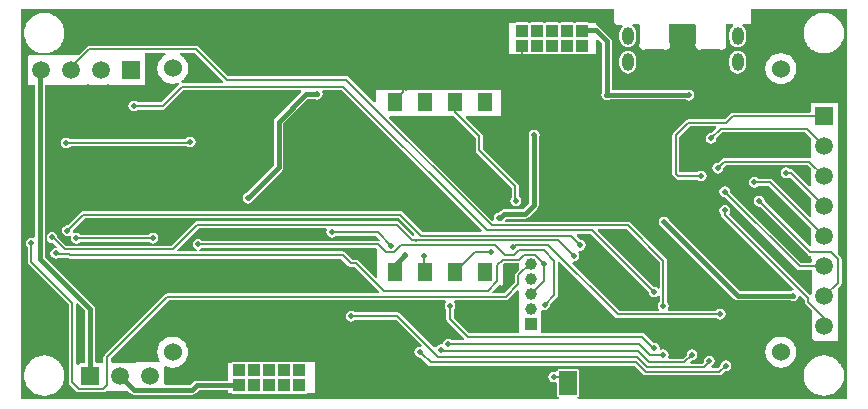
<source format=gbl>
G04 Layer_Physical_Order=2*
G04 Layer_Color=16711680*
%FSAX44Y44*%
%MOMM*%
G71*
G01*
G75*
%ADD22C,0.2000*%
%ADD23C,0.4000*%
%ADD24O,1.0000X1.5000*%
%ADD25R,1.0000X1.0000*%
%ADD26C,1.0000*%
%ADD27R,1.5000X1.5000*%
%ADD28C,1.5000*%
%ADD29R,1.5000X1.5000*%
%ADD30R,1.0000X1.0000*%
%ADD31C,1.5240*%
%ADD32C,0.5000*%
%ADD33R,1.5000X2.0000*%
%ADD34R,1.3000X1.5000*%
G36*
X01207750Y00751750D02*
X00979267D01*
X00979119Y00753250D01*
X00979544Y00753335D01*
X00980206Y00753776D01*
X00980648Y00754438D01*
X00980803Y00755219D01*
Y00775219D01*
X00980648Y00775999D01*
X00980206Y00776660D01*
X00979544Y00777102D01*
X00978764Y00777258D01*
X00963764D01*
X00962983Y00777102D01*
X00962322Y00776660D01*
X00961880Y00775999D01*
X00961859Y00775893D01*
X00961442Y00775555D01*
X00960486Y00775027D01*
X00960225Y00774987D01*
X00958884Y00775253D01*
X00957128Y00774904D01*
X00955639Y00773910D01*
X00954645Y00772421D01*
X00954296Y00770665D01*
X00954645Y00768909D01*
X00955639Y00767421D01*
X00957128Y00766426D01*
X00958884Y00766077D01*
X00960225Y00766344D01*
X00961725Y00765485D01*
Y00755219D01*
X00961880Y00754438D01*
X00962322Y00753776D01*
X00962983Y00753335D01*
X00963408Y00753250D01*
X00963260Y00751750D01*
X00507750D01*
Y01081750D01*
X01010351D01*
Y01071065D01*
X01010351Y01071063D01*
X01010351Y01071061D01*
X01010429Y01070673D01*
X01010506Y01070285D01*
X01010507Y01070283D01*
X01010508Y01070281D01*
X01010726Y01069955D01*
X01010948Y01069623D01*
X01010950Y01069622D01*
X01010951Y01069620D01*
X01011277Y01069404D01*
X01011609Y01069182D01*
X01011612Y01069181D01*
X01011614Y01069180D01*
X01012001Y01069104D01*
X01012390Y01069026D01*
X01012392Y01069027D01*
X01012394Y01069026D01*
X01017286Y01069037D01*
X01017797Y01067539D01*
X01016797Y01066772D01*
X01015676Y01065310D01*
X01014970Y01063607D01*
X01014730Y01061779D01*
Y01056779D01*
X01014970Y01054952D01*
X01015676Y01053249D01*
X01016797Y01051787D01*
X01018260Y01050665D01*
X01019963Y01049959D01*
X01021790Y01049719D01*
X01023617Y01049959D01*
X01025320Y01050665D01*
X01026782Y01051787D01*
X01027904Y01053249D01*
X01028610Y01054952D01*
X01028850Y01056779D01*
Y01061779D01*
X01028610Y01063607D01*
X01027904Y01065310D01*
X01026782Y01066772D01*
X01025760Y01067557D01*
X01026267Y01069058D01*
X01030939Y01069068D01*
X01032001Y01068009D01*
X01032001Y01053427D01*
X01031986Y01053408D01*
X01031833Y01053109D01*
X01031777Y01052913D01*
X01031685Y01052731D01*
X01031582Y01052364D01*
X01031565Y01052153D01*
X01031510Y01051949D01*
X01031487Y01051605D01*
X01031514Y01051402D01*
X01031501Y01051198D01*
X01031544Y01050878D01*
X01031601Y01050712D01*
X01031620Y01050538D01*
X01031719Y01050223D01*
X01031815Y01050048D01*
X01031874Y01049857D01*
X01032034Y01049564D01*
X01032152Y01049423D01*
X01032237Y01049261D01*
X01032450Y01048997D01*
X01032620Y01048854D01*
X01032764Y01048684D01*
X01033038Y01048465D01*
X01033206Y01048378D01*
X01033354Y01048258D01*
X01033652Y01048099D01*
X01033839Y01048043D01*
X01034010Y01047950D01*
X01034338Y01047849D01*
X01034522Y01047831D01*
X01034698Y01047773D01*
X01035035Y01047733D01*
X01035256Y01047751D01*
X01035477Y01047729D01*
X01035838Y01047765D01*
X01036036Y01047825D01*
X01036241Y01047847D01*
X01036582Y01047953D01*
X01036756Y01048047D01*
X01036945Y01048105D01*
X01037195Y01048240D01*
X01051879D01*
X01051895Y01048227D01*
X01052205Y01048067D01*
X01052413Y01048007D01*
X01052608Y01047911D01*
X01052978Y01047811D01*
X01053158Y01047799D01*
X01053331Y01047748D01*
X01053671Y01047718D01*
X01053900Y01047743D01*
X01054130Y01047729D01*
X01054490Y01047779D01*
X01054709Y01047856D01*
X01054938Y01047895D01*
X01055278Y01048025D01*
X01055440Y01048126D01*
X01055619Y01048193D01*
X01055879Y01048353D01*
X01055983Y01048450D01*
X01056109Y01048517D01*
X01056339Y01048707D01*
X01056461Y01048858D01*
X01056612Y01048980D01*
X01056802Y01049211D01*
X01056873Y01049341D01*
X01056973Y01049451D01*
X01057143Y01049731D01*
X01057218Y01049936D01*
X01057328Y01050125D01*
X01057428Y01050415D01*
X01057454Y01050607D01*
X01057519Y01050791D01*
X01057569Y01051141D01*
X01057559Y01051314D01*
X01057588Y01051485D01*
X01057578Y01051854D01*
X01057526Y01052084D01*
X01057512Y01052318D01*
X01057412Y01052698D01*
X01057309Y01052910D01*
X01057241Y01053136D01*
X01057079Y01053440D01*
X01057079Y01069127D01*
X01078439Y01069176D01*
X01079501Y01068116D01*
X01079501Y01053427D01*
X01079486Y01053408D01*
X01079333Y01053109D01*
X01079277Y01052913D01*
X01079185Y01052731D01*
X01079082Y01052364D01*
X01079065Y01052153D01*
X01079010Y01051949D01*
X01078987Y01051605D01*
X01079014Y01051402D01*
X01079001Y01051198D01*
X01079044Y01050878D01*
X01079101Y01050712D01*
X01079120Y01050538D01*
X01079219Y01050223D01*
X01079315Y01050048D01*
X01079374Y01049857D01*
X01079534Y01049564D01*
X01079652Y01049423D01*
X01079737Y01049261D01*
X01079950Y01048997D01*
X01080120Y01048854D01*
X01080264Y01048684D01*
X01080538Y01048465D01*
X01080706Y01048378D01*
X01080854Y01048258D01*
X01081152Y01048099D01*
X01081339Y01048043D01*
X01081510Y01047950D01*
X01081838Y01047849D01*
X01082022Y01047831D01*
X01082198Y01047773D01*
X01082535Y01047733D01*
X01082756Y01047751D01*
X01082977Y01047729D01*
X01083338Y01047765D01*
X01083536Y01047825D01*
X01083741Y01047847D01*
X01084082Y01047953D01*
X01084256Y01048047D01*
X01084445Y01048105D01*
X01084695Y01048240D01*
X01099379D01*
X01099395Y01048227D01*
X01099705Y01048067D01*
X01099913Y01048007D01*
X01100108Y01047911D01*
X01100478Y01047811D01*
X01100658Y01047799D01*
X01100831Y01047748D01*
X01101171Y01047718D01*
X01101400Y01047743D01*
X01101630Y01047729D01*
X01101991Y01047779D01*
X01102210Y01047856D01*
X01102438Y01047895D01*
X01102778Y01048025D01*
X01102940Y01048126D01*
X01103119Y01048193D01*
X01103379Y01048353D01*
X01103483Y01048450D01*
X01103609Y01048517D01*
X01103839Y01048707D01*
X01103961Y01048858D01*
X01104112Y01048980D01*
X01104302Y01049211D01*
X01104373Y01049341D01*
X01104473Y01049451D01*
X01104643Y01049731D01*
X01104718Y01049936D01*
X01104828Y01050125D01*
X01104928Y01050415D01*
X01104954Y01050607D01*
X01105019Y01050791D01*
X01105069Y01051141D01*
X01105059Y01051314D01*
X01105088Y01051485D01*
X01105078Y01051854D01*
X01105026Y01052084D01*
X01105012Y01052318D01*
X01104912Y01052698D01*
X01104809Y01052910D01*
X01104741Y01053136D01*
X01104579Y01053440D01*
X01104579Y01069235D01*
X01110655Y01069249D01*
X01111023Y01068423D01*
X01111072Y01067749D01*
X01109798Y01066772D01*
X01108676Y01065310D01*
X01107970Y01063607D01*
X01107730Y01061779D01*
Y01056779D01*
X01107970Y01054952D01*
X01108676Y01053249D01*
X01109798Y01051787D01*
X01111260Y01050665D01*
X01112963Y01049959D01*
X01114790Y01049719D01*
X01116617Y01049959D01*
X01118320Y01050665D01*
X01119782Y01051787D01*
X01120904Y01053249D01*
X01121610Y01054952D01*
X01121850Y01056779D01*
Y01061779D01*
X01121610Y01063607D01*
X01120904Y01065310D01*
X01119782Y01066772D01*
X01118486Y01067766D01*
X01118512Y01068342D01*
X01118907Y01069267D01*
X01124145Y01069279D01*
X01124532Y01069357D01*
X01124920Y01069434D01*
X01124922Y01069436D01*
X01124924Y01069436D01*
X01125250Y01069655D01*
X01125582Y01069876D01*
X01125583Y01069878D01*
X01125585Y01069880D01*
X01125802Y01070205D01*
X01126024Y01070538D01*
X01126024Y01070540D01*
X01126026Y01070542D01*
X01126102Y01070929D01*
X01126179Y01071318D01*
Y01081750D01*
X01207750D01*
Y00751750D01*
D02*
G37*
%LPC*%
G36*
X00656598Y01051131D02*
X00656598Y01051131D01*
X00565978D01*
X00564808Y01050898D01*
X00563815Y01050235D01*
X00556808Y01043227D01*
X00514821Y01043010D01*
X00514153Y01042343D01*
X00514153Y01017459D01*
X00519837D01*
Y00888810D01*
X00518337Y00888001D01*
X00516890Y00888289D01*
X00515134Y00887939D01*
X00513646Y00886945D01*
X00512651Y00885456D01*
X00512302Y00883700D01*
X00512651Y00881945D01*
X00513646Y00880456D01*
X00513831Y00880332D01*
Y00868156D01*
X00513831Y00868156D01*
X00514064Y00866985D01*
X00514727Y00865993D01*
X00548375Y00832345D01*
Y00766064D01*
X00548375Y00766064D01*
X00548608Y00764893D01*
X00549271Y00763901D01*
X00554605Y00758567D01*
X00555597Y00757904D01*
X00556768Y00757671D01*
X00556768Y00757671D01*
X00577596D01*
X00577596Y00757671D01*
X00578767Y00757904D01*
X00579759Y00758567D01*
X00580158Y00758966D01*
X00598562Y00758966D01*
X00600698Y00756830D01*
X00600698Y00756830D01*
X00602021Y00755946D01*
X00603582Y00755636D01*
X00653034D01*
X00653034Y00755636D01*
X00654595Y00755946D01*
X00655918Y00756830D01*
X00658421Y00759334D01*
X00682964D01*
Y00756849D01*
X00686449D01*
X00686929Y00756528D01*
X00687709Y00756373D01*
X00697709D01*
X00698490Y00756528D01*
X00698970Y00756849D01*
X00699148D01*
X00699629Y00756528D01*
X00700409Y00756373D01*
X00710409D01*
X00711190Y00756528D01*
X00711670Y00756849D01*
X00711849D01*
X00712329Y00756528D01*
X00713109Y00756373D01*
X00723109D01*
X00723890Y00756528D01*
X00724370Y00756849D01*
X00724548D01*
X00725029Y00756528D01*
X00725809Y00756373D01*
X00735809D01*
X00736590Y00756528D01*
X00737070Y00756849D01*
X00737249D01*
X00737729Y00756528D01*
X00738509Y00756373D01*
X00748509D01*
X00749290Y00756528D01*
X00749770Y00756849D01*
X00757167D01*
X00757167Y00766059D01*
X00757167Y00783075D01*
X00736630Y00782969D01*
X00736590Y00782996D01*
X00735809Y00783151D01*
X00725809D01*
X00725029Y00782996D01*
X00724898Y00782908D01*
X00724028Y00782904D01*
X00723890Y00782996D01*
X00723109Y00783151D01*
X00713109D01*
X00712329Y00782996D01*
X00712099Y00782842D01*
X00711425Y00782839D01*
X00711190Y00782996D01*
X00710409Y00783151D01*
X00700409D01*
X00699629Y00782996D01*
X00699300Y00782776D01*
X00698822Y00782774D01*
X00698490Y00782996D01*
X00697709Y00783151D01*
X00687709D01*
X00686929Y00782996D01*
X00686501Y00782710D01*
X00682964Y00782692D01*
Y00767491D01*
X00656732D01*
X00655172Y00767180D01*
X00653848Y00766296D01*
X00653848Y00766296D01*
X00651345Y00763792D01*
X00630471D01*
X00629411Y00764853D01*
X00629411Y00769562D01*
X00629411Y00778891D01*
X00630911Y00779864D01*
X00632712Y00779118D01*
X00632909Y00779078D01*
X00632970Y00779053D01*
X00633036Y00779044D01*
X00633226Y00778980D01*
X00636098Y00778602D01*
X00636232Y00778611D01*
X00636364Y00778584D01*
X00636496Y00778611D01*
X00636630Y00778602D01*
X00639501Y00778980D01*
X00639692Y00779044D01*
X00639757Y00779053D01*
X00639819Y00779078D01*
X00640016Y00779118D01*
X00642692Y00780226D01*
X00642859Y00780338D01*
X00642920Y00780363D01*
X00642972Y00780403D01*
X00643153Y00780492D01*
X00645450Y00782255D01*
X00645583Y00782406D01*
X00645636Y00782447D01*
X00645676Y00782499D01*
X00645827Y00782632D01*
X00647590Y00784930D01*
X00647679Y00785110D01*
X00647719Y00785162D01*
X00647745Y00785224D01*
X00647856Y00785391D01*
X00648965Y00788066D01*
X00649004Y00788264D01*
X00649029Y00788325D01*
X00649038Y00788391D01*
X00649102Y00788581D01*
X00649480Y00791452D01*
X00649467Y00791653D01*
X00649476Y00791719D01*
X00649467Y00791784D01*
X00649480Y00791985D01*
X00649102Y00794856D01*
X00649038Y00795046D01*
X00649029Y00795112D01*
X00649004Y00795173D01*
X00648965Y00795370D01*
X00647856Y00798046D01*
X00647745Y00798213D01*
X00647719Y00798275D01*
X00647679Y00798327D01*
X00647590Y00798507D01*
X00645827Y00800805D01*
X00645676Y00800938D01*
X00645636Y00800990D01*
X00645583Y00801031D01*
X00645450Y00801182D01*
X00643153Y00802945D01*
X00642972Y00803034D01*
X00642920Y00803074D01*
X00642859Y00803099D01*
X00642692Y00803211D01*
X00640016Y00804319D01*
X00639819Y00804359D01*
X00639757Y00804384D01*
X00639692Y00804392D01*
X00639501Y00804457D01*
X00636630Y00804835D01*
X00636496Y00804826D01*
X00636364Y00804853D01*
X00636232Y00804826D01*
X00636098Y00804835D01*
X00633226Y00804457D01*
X00633036Y00804392D01*
X00632970Y00804384D01*
X00632909Y00804359D01*
X00632712Y00804319D01*
X00630036Y00803211D01*
X00629869Y00803099D01*
X00629808Y00803074D01*
X00629755Y00803034D01*
X00629575Y00802945D01*
X00627277Y00801182D01*
X00627145Y00801031D01*
X00627092Y00800990D01*
X00627052Y00800938D01*
X00626901Y00800805D01*
X00625137Y00798507D01*
X00625049Y00798327D01*
X00625008Y00798275D01*
X00624983Y00798213D01*
X00624871Y00798046D01*
X00623763Y00795370D01*
X00623724Y00795173D01*
X00623698Y00795112D01*
X00623690Y00795046D01*
X00623625Y00794856D01*
X00623247Y00791985D01*
X00623260Y00791784D01*
X00623252Y00791719D01*
X00623260Y00791653D01*
X00623247Y00791452D01*
X00623625Y00788581D01*
X00623690Y00788390D01*
X00623698Y00788325D01*
X00623724Y00788264D01*
X00623763Y00788066D01*
X00624871Y00785391D01*
X00624983Y00785224D01*
X00625008Y00785162D01*
X00625049Y00785110D01*
X00625137Y00784930D01*
X00625546Y00784397D01*
X00624886Y00783050D01*
X00585020Y00782845D01*
X00583957Y00783903D01*
Y00786133D01*
X00633219Y00835395D01*
X00867323D01*
X00867718Y00834694D01*
X00867935Y00833895D01*
X00867067Y00832597D01*
X00866718Y00830841D01*
X00867067Y00829085D01*
X00868062Y00827596D01*
X00868247Y00827473D01*
Y00819416D01*
X00868247Y00819416D01*
X00868480Y00818245D01*
X00869143Y00817253D01*
X00883262Y00803135D01*
X00882640Y00801635D01*
X00873318D01*
X00873194Y00801820D01*
X00871706Y00802815D01*
X00869950Y00803164D01*
X00868194Y00802815D01*
X00866706Y00801820D01*
X00865711Y00800332D01*
X00865362Y00798576D01*
X00863892Y00798288D01*
X00863550Y00798355D01*
X00861795Y00798006D01*
X00860306Y00797012D01*
X00859508Y00795817D01*
X00857862Y00795341D01*
X00828717Y00824487D01*
X00827724Y00825150D01*
X00826554Y00825383D01*
X00826553Y00825383D01*
X00790913D01*
X00789475Y00826343D01*
X00787720Y00826693D01*
X00785964Y00826343D01*
X00784475Y00825349D01*
X00783481Y00823860D01*
X00783131Y00822104D01*
X00783481Y00820349D01*
X00784475Y00818860D01*
X00785964Y00817866D01*
X00787720Y00817516D01*
X00789475Y00817866D01*
X00790964Y00818860D01*
X00791235Y00819265D01*
X00825287D01*
X00847230Y00797322D01*
X00846491Y00795939D01*
X00845682Y00796100D01*
X00843926Y00795751D01*
X00842438Y00794756D01*
X00841443Y00793268D01*
X00841094Y00791512D01*
X00841443Y00789756D01*
X00842438Y00788268D01*
X00843926Y00787273D01*
X00845682Y00786924D01*
X00846300Y00787047D01*
X00852589Y00780757D01*
X00852589Y00780757D01*
X00853582Y00780094D01*
X00854752Y00779862D01*
X00854752Y00779862D01*
X01027537D01*
X01034620Y00772778D01*
X01035612Y00772115D01*
X01036783Y00771882D01*
X01036783Y00771882D01*
X01099390D01*
X01099390Y00771882D01*
X01100561Y00772115D01*
X01101553Y00772778D01*
X01104385Y00775610D01*
X01104667Y00775554D01*
X01106423Y00775903D01*
X01107911Y00776898D01*
X01108906Y00778386D01*
X01109255Y00780142D01*
X01108906Y00781898D01*
X01107911Y00783386D01*
X01106423Y00784381D01*
X01104667Y00784730D01*
X01102911Y00784381D01*
X01101422Y00783386D01*
X01100428Y00781898D01*
X01100079Y00780142D01*
X01100110Y00779986D01*
X01098123Y00778000D01*
X01092933D01*
X01091853Y00779500D01*
X01091906Y00779658D01*
X01092622Y00779800D01*
X01094110Y00780795D01*
X01095105Y00782284D01*
X01095454Y00784040D01*
X01095105Y00785795D01*
X01094110Y00787284D01*
X01092622Y00788278D01*
X01090866Y00788628D01*
X01089110Y00788278D01*
X01087622Y00787284D01*
X01086627Y00785795D01*
X01086278Y00784040D01*
X01086366Y00783598D01*
X01084768Y00782000D01*
X01074965D01*
X01074391Y00783385D01*
X01075885Y00784880D01*
X01076104Y00784837D01*
X01077860Y00785186D01*
X01079349Y00786180D01*
X01080343Y00787669D01*
X01080692Y00789425D01*
X01080343Y00791181D01*
X01079349Y00792669D01*
X01077860Y00793664D01*
X01076104Y00794013D01*
X01074349Y00793664D01*
X01072860Y00792669D01*
X01071865Y00791181D01*
X01071516Y00789425D01*
X01071560Y00789206D01*
X01068353Y00786000D01*
X01056937D01*
X01056135Y00787500D01*
X01056200Y00787597D01*
X01056549Y00789352D01*
X01056200Y00791108D01*
X01055206Y00792597D01*
X01053717Y00793591D01*
X01051961Y00793941D01*
X01050206Y00793591D01*
X01049910Y00793394D01*
X01048560Y00794296D01*
X01048704Y00795019D01*
X01048355Y00796774D01*
X01047360Y00798263D01*
X01045872Y00799258D01*
X01044116Y00799607D01*
X01043442Y00799473D01*
X01036138Y00806777D01*
X01035145Y00807440D01*
X01033975Y00807673D01*
X01033975Y00807673D01*
X00948443D01*
Y00826760D01*
X00949943Y00827582D01*
X00951364Y00827299D01*
X00953120Y00827648D01*
X00954608Y00828643D01*
X00955603Y00830131D01*
X00955952Y00831887D01*
X00955909Y00832106D01*
X00961775Y00837972D01*
X00961775Y00837972D01*
X00962438Y00838964D01*
X00962671Y00840135D01*
Y00867723D01*
X00964171Y00868344D01*
X01011035Y00821480D01*
X01011035Y00821479D01*
X01012028Y00820816D01*
X01013198Y00820584D01*
X01096836D01*
X01096850Y00820563D01*
X01098338Y00819568D01*
X01100094Y00819219D01*
X01101850Y00819568D01*
X01103338Y00820563D01*
X01104333Y00822051D01*
X01104682Y00823807D01*
X01104333Y00825563D01*
X01103338Y00827051D01*
X01101850Y00828046D01*
X01100094Y00828395D01*
X01098338Y00828046D01*
X01096850Y00827051D01*
X01096616Y00826701D01*
X01056123D01*
X01055903Y00826980D01*
X01055458Y00828201D01*
X01056214Y00829332D01*
X01056563Y00831088D01*
X01056214Y00832844D01*
X01055219Y00834332D01*
X01055034Y00834456D01*
Y00869027D01*
X01055034Y00869027D01*
X01054801Y00870198D01*
X01054138Y00871190D01*
X01024259Y00901069D01*
X01023267Y00901732D01*
X01022096Y00901965D01*
X01022096Y00901965D01*
X00918170D01*
X00917549Y00903465D01*
X00918632Y00904548D01*
X00935141D01*
X00935141Y00904548D01*
X00936702Y00904858D01*
X00938025Y00905742D01*
X00945224Y00912941D01*
X00945224Y00912941D01*
X00946108Y00914264D01*
X00946418Y00915825D01*
X00946418Y00915825D01*
Y00973214D01*
X00946776Y00973750D01*
X00947126Y00975506D01*
X00946776Y00977262D01*
X00945782Y00978751D01*
X00944293Y00979745D01*
X00942538Y00980094D01*
X00940782Y00979745D01*
X00939293Y00978751D01*
X00938299Y00977262D01*
X00937949Y00975506D01*
X00938262Y00973936D01*
Y00917514D01*
X00933452Y00912704D01*
X00916942D01*
X00915382Y00912394D01*
X00914059Y00911510D01*
X00914058Y00911510D01*
X00912004Y00909455D01*
X00910968Y00909249D01*
X00909480Y00908255D01*
X00908485Y00906766D01*
X00908136Y00905011D01*
X00908388Y00903741D01*
X00907006Y00903002D01*
X00819755Y00990253D01*
X00820329Y00991639D01*
X00874559D01*
X00892913Y00973286D01*
Y00962500D01*
X00892912Y00962500D01*
X00893145Y00961330D01*
X00893808Y00960337D01*
X00923525Y00930620D01*
Y00922678D01*
X00922631Y00921339D01*
X00922282Y00919584D01*
X00922631Y00917828D01*
X00923625Y00916339D01*
X00925114Y00915345D01*
X00926870Y00914995D01*
X00928625Y00915345D01*
X00930114Y00916339D01*
X00931109Y00917828D01*
X00931458Y00919584D01*
X00931109Y00921339D01*
X00930114Y00922828D01*
X00929643Y00923143D01*
Y00931887D01*
X00929643Y00931887D01*
X00929410Y00933058D01*
X00928747Y00934050D01*
X00928747Y00934050D01*
X00899030Y00963767D01*
Y00974553D01*
X00898797Y00975723D01*
X00898134Y00976715D01*
X00884596Y00990253D01*
X00885170Y00991639D01*
X00914490D01*
Y01011924D01*
X00914157Y01012257D01*
Y01013919D01*
X00913824Y01013587D01*
X00808409D01*
Y01003559D01*
X00807023Y01002985D01*
X00785495Y01024513D01*
X00784503Y01025176D01*
X00783332Y01025409D01*
X00783332Y01025409D01*
X00683587D01*
X00658761Y01050235D01*
X00657768Y01050898D01*
X00656598Y01051131D01*
D02*
G37*
G36*
X01199631Y01002624D02*
X01176621D01*
X01176659Y00995302D01*
X01175601Y00994238D01*
X01110560D01*
X01110560Y00994238D01*
X01109389Y00994006D01*
X01108397Y00993343D01*
X01103887Y00988833D01*
X01072896D01*
X01072896Y00988833D01*
X01071725Y00988600D01*
X01070733Y00987937D01*
X01070733Y00987937D01*
X01060319Y00977523D01*
X01059656Y00976531D01*
X01059423Y00975360D01*
X01059423Y00975360D01*
Y00942848D01*
X01059423Y00942848D01*
X01059656Y00941677D01*
X01060319Y00940685D01*
X01062351Y00938653D01*
X01063344Y00937990D01*
X01064514Y00937757D01*
X01080607D01*
X01080731Y00937572D01*
X01082219Y00936577D01*
X01083975Y00936228D01*
X01085731Y00936577D01*
X01087219Y00937572D01*
X01088214Y00939060D01*
X01088563Y00940816D01*
X01088214Y00942572D01*
X01087219Y00944060D01*
X01085731Y00945055D01*
X01083975Y00945404D01*
X01082219Y00945055D01*
X01080731Y00944060D01*
X01080607Y00943875D01*
X01065781D01*
X01065541Y00944115D01*
Y00974093D01*
X01074163Y00982715D01*
X01096064D01*
X01096638Y00981329D01*
X01092419Y00977111D01*
X01092200Y00977154D01*
X01090444Y00976805D01*
X01088956Y00975810D01*
X01087961Y00974322D01*
X01087612Y00972566D01*
X01087961Y00970810D01*
X01088956Y00969322D01*
X01090444Y00968327D01*
X01092200Y00967978D01*
X01093956Y00968327D01*
X01095444Y00969322D01*
X01096439Y00970810D01*
X01096788Y00972566D01*
X01096745Y00972785D01*
X01101595Y00977635D01*
X01171914D01*
X01176775Y00972774D01*
X01176855Y00957200D01*
X01175787Y00956094D01*
X01175362Y00955917D01*
X01103480D01*
X01103480Y00955917D01*
X01102310Y00955684D01*
X01101317Y00955021D01*
X01101317Y00955021D01*
X01098261Y00951965D01*
X01098042Y00952008D01*
X01096286Y00951659D01*
X01094798Y00950664D01*
X01093803Y00949176D01*
X01093454Y00947420D01*
X01093803Y00945664D01*
X01094798Y00944176D01*
X01096286Y00943181D01*
X01098042Y00942832D01*
X01099798Y00943181D01*
X01101286Y00944176D01*
X01102281Y00945664D01*
X01102630Y00947420D01*
X01102587Y00947639D01*
X01104747Y00949799D01*
X01174350D01*
X01176907Y00947242D01*
X01176983Y00932379D01*
X01175599Y00931801D01*
X01161738Y00945662D01*
X01160746Y00946325D01*
X01159576Y00946558D01*
X01159575Y00946558D01*
X01159322D01*
X01159198Y00946744D01*
X01157710Y00947738D01*
X01155954Y00948087D01*
X01154198Y00947738D01*
X01152710Y00946744D01*
X01151715Y00945255D01*
X01151366Y00943499D01*
X01151715Y00941743D01*
X01152710Y00940255D01*
X01154198Y00939260D01*
X01155954Y00938911D01*
X01157710Y00939260D01*
X01158776Y00939973D01*
X01177038Y00921711D01*
X01177115Y00906847D01*
X01175731Y00906270D01*
X01144356Y00937645D01*
X01143363Y00938308D01*
X01142193Y00938541D01*
X01142193Y00938541D01*
X01132398D01*
X01132274Y00938726D01*
X01130786Y00939721D01*
X01129030Y00940070D01*
X01127274Y00939721D01*
X01125786Y00938726D01*
X01124791Y00937238D01*
X01124442Y00935482D01*
X01124791Y00933726D01*
X01125786Y00932238D01*
X01127274Y00931243D01*
X01129030Y00930894D01*
X01130786Y00931243D01*
X01132274Y00932238D01*
X01132398Y00932423D01*
X01140926D01*
X01177170Y00896179D01*
X01177245Y00881636D01*
X01175861Y00881058D01*
X01137639Y00919280D01*
X01137682Y00919499D01*
X01137333Y00921255D01*
X01136338Y00922744D01*
X01134850Y00923738D01*
X01133094Y00924088D01*
X01131338Y00923738D01*
X01129850Y00922744D01*
X01128855Y00921255D01*
X01128506Y00919499D01*
X01128855Y00917744D01*
X01129850Y00916255D01*
X01131338Y00915260D01*
X01133094Y00914911D01*
X01133313Y00914955D01*
X01174222Y00874045D01*
X01175214Y00873382D01*
X01176385Y00873149D01*
X01177289D01*
X01177314Y00868302D01*
X01176256Y00867238D01*
X01168579D01*
X01108429Y00927389D01*
X01108472Y00927608D01*
X01108123Y00929364D01*
X01107128Y00930852D01*
X01105640Y00931847D01*
X01103884Y00932196D01*
X01102128Y00931847D01*
X01100640Y00930852D01*
X01099645Y00929364D01*
X01099296Y00927608D01*
X01099645Y00925852D01*
X01100640Y00924364D01*
X01102128Y00923369D01*
X01103884Y00923020D01*
X01104103Y00923063D01*
X01165150Y00862017D01*
X01166142Y00861354D01*
X01167312Y00861121D01*
X01167312Y00861121D01*
X01177351D01*
X01177455Y00840889D01*
X01175958Y00840264D01*
X01107422Y00908801D01*
X01108123Y00909850D01*
X01108472Y00911606D01*
X01108123Y00913362D01*
X01107128Y00914850D01*
X01105640Y00915845D01*
X01103884Y00916194D01*
X01102128Y00915845D01*
X01100640Y00914850D01*
X01099645Y00913362D01*
X01099296Y00911606D01*
X01099645Y00909850D01*
X01100640Y00908362D01*
X01100825Y00908238D01*
Y00908013D01*
X01100825Y00908013D01*
X01101058Y00906843D01*
X01101721Y00905850D01*
X01162231Y00845341D01*
X01161960Y00844497D01*
X01161584Y00843866D01*
X01160014Y00843554D01*
X01159969Y00843524D01*
X01116571D01*
X01056924Y00903171D01*
X01056868Y00903454D01*
X01055873Y00904942D01*
X01054385Y00905937D01*
X01052629Y00906286D01*
X01050873Y00905937D01*
X01049385Y00904942D01*
X01048390Y00903454D01*
X01048041Y00901698D01*
X01048390Y00899942D01*
X01049385Y00898454D01*
X01050873Y00897459D01*
X01051156Y00897403D01*
X01111998Y00836562D01*
X01111998Y00836562D01*
X01113321Y00835678D01*
X01114882Y00835367D01*
X01114882Y00835367D01*
X01159578D01*
X01160014Y00835076D01*
X01161770Y00834727D01*
X01163525Y00835076D01*
X01165014Y00836070D01*
X01166009Y00837559D01*
X01166321Y00839129D01*
X01166952Y00839505D01*
X01167795Y00839776D01*
X01171550Y00836022D01*
Y00834276D01*
X01171550Y00834276D01*
X01171782Y00833105D01*
X01172446Y00832113D01*
X01177527Y00827031D01*
X01177551Y00822283D01*
Y00803770D01*
X01177279Y00803498D01*
X01179908Y00800868D01*
X01199631D01*
X01199631Y00845990D01*
X01201896Y00848255D01*
X01202559Y00849247D01*
X01202792Y00850418D01*
X01202792Y00850418D01*
Y00870166D01*
X01202559Y00871337D01*
X01201896Y00872329D01*
X01201896Y00872329D01*
X01199631Y00874594D01*
X01199631Y01002624D01*
D02*
G37*
G36*
X00527750Y00788862D02*
X00527651Y00788842D01*
X00527550Y00788852D01*
X00524610Y00788562D01*
X00524417Y00788504D01*
X00524218Y00788484D01*
X00521390Y00787627D01*
X00521213Y00787532D01*
X00521021Y00787474D01*
X00518415Y00786081D01*
X00518260Y00785953D01*
X00518083Y00785859D01*
X00515798Y00783984D01*
X00515671Y00783829D01*
X00515516Y00783702D01*
X00513641Y00781418D01*
X00513547Y00781240D01*
X00513419Y00781085D01*
X00512026Y00778479D01*
X00511968Y00778287D01*
X00511873Y00778110D01*
X00511016Y00775283D01*
X00510996Y00775083D01*
X00510938Y00774890D01*
X00510648Y00771950D01*
X00510668Y00771750D01*
X00510648Y00771550D01*
X00510938Y00768610D01*
X00510996Y00768418D01*
X00511016Y00768218D01*
X00511873Y00765390D01*
X00511968Y00765213D01*
X00512026Y00765021D01*
X00513419Y00762415D01*
X00513547Y00762260D01*
X00513641Y00762083D01*
X00515516Y00759799D01*
X00515671Y00759671D01*
X00515798Y00759516D01*
X00518083Y00757641D01*
X00518260Y00757547D01*
X00518415Y00757419D01*
X00521021Y00756026D01*
X00521213Y00755968D01*
X00521390Y00755873D01*
X00524218Y00755016D01*
X00524417Y00754996D01*
X00524610Y00754938D01*
X00527550Y00754648D01*
X00527651Y00754658D01*
X00527750Y00754638D01*
X00527849Y00754658D01*
X00527950Y00754648D01*
X00530890Y00754938D01*
X00531083Y00754996D01*
X00531283Y00755016D01*
X00534110Y00755873D01*
X00534287Y00755968D01*
X00534479Y00756026D01*
X00537085Y00757419D01*
X00537240Y00757547D01*
X00537417Y00757641D01*
X00539702Y00759516D01*
X00539829Y00759671D01*
X00539984Y00759799D01*
X00541859Y00762083D01*
X00541953Y00762260D01*
X00542081Y00762415D01*
X00543474Y00765021D01*
X00543532Y00765213D01*
X00543627Y00765390D01*
X00544484Y00768218D01*
X00544504Y00768418D01*
X00544562Y00768610D01*
X00544852Y00771550D01*
X00544832Y00771750D01*
X00544852Y00771950D01*
X00544562Y00774890D01*
X00544504Y00775083D01*
X00544484Y00775283D01*
X00543627Y00778110D01*
X00543532Y00778287D01*
X00543474Y00778479D01*
X00542081Y00781085D01*
X00541953Y00781240D01*
X00541859Y00781418D01*
X00539984Y00783702D01*
X00539829Y00783829D01*
X00539702Y00783984D01*
X00537417Y00785859D01*
X00537240Y00785953D01*
X00537085Y00786081D01*
X00534479Y00787474D01*
X00534287Y00787532D01*
X00534110Y00787627D01*
X00531283Y00788484D01*
X00531083Y00788504D01*
X00530890Y00788562D01*
X00527950Y00788852D01*
X00527849Y00788842D01*
X00527750Y00788862D01*
D02*
G37*
G36*
X01187750D02*
X01187651Y00788842D01*
X01187550Y00788852D01*
X01184610Y00788562D01*
X01184418Y00788504D01*
X01184218Y00788484D01*
X01181390Y00787627D01*
X01181213Y00787532D01*
X01181021Y00787474D01*
X01178415Y00786081D01*
X01178260Y00785953D01*
X01178083Y00785859D01*
X01175799Y00783984D01*
X01175671Y00783829D01*
X01175516Y00783702D01*
X01173642Y00781418D01*
X01173547Y00781240D01*
X01173419Y00781085D01*
X01172027Y00778479D01*
X01171968Y00778287D01*
X01171874Y00778110D01*
X01171016Y00775283D01*
X01170996Y00775083D01*
X01170938Y00774890D01*
X01170648Y00771950D01*
X01170668Y00771750D01*
X01170648Y00771550D01*
X01170938Y00768610D01*
X01170996Y00768418D01*
X01171016Y00768218D01*
X01171874Y00765390D01*
X01171968Y00765213D01*
X01172027Y00765021D01*
X01173419Y00762415D01*
X01173547Y00762260D01*
X01173642Y00762083D01*
X01175516Y00759799D01*
X01175671Y00759671D01*
X01175799Y00759516D01*
X01178083Y00757641D01*
X01178260Y00757547D01*
X01178415Y00757419D01*
X01181021Y00756026D01*
X01181213Y00755968D01*
X01181390Y00755873D01*
X01184218Y00755016D01*
X01184418Y00754996D01*
X01184610Y00754938D01*
X01187550Y00754648D01*
X01187651Y00754658D01*
X01187750Y00754638D01*
X01187850Y00754658D01*
X01187950Y00754648D01*
X01190891Y00754938D01*
X01191083Y00754996D01*
X01191283Y00755016D01*
X01194110Y00755873D01*
X01194287Y00755968D01*
X01194480Y00756026D01*
X01197085Y00757419D01*
X01197241Y00757547D01*
X01197418Y00757641D01*
X01199702Y00759516D01*
X01199829Y00759671D01*
X01199985Y00759799D01*
X01201859Y00762083D01*
X01201954Y00762260D01*
X01202081Y00762415D01*
X01203474Y00765021D01*
X01203532Y00765213D01*
X01203627Y00765390D01*
X01204485Y00768218D01*
X01204504Y00768418D01*
X01204563Y00768610D01*
X01204852Y00771550D01*
X01204833Y00771750D01*
X01204852Y00771950D01*
X01204563Y00774890D01*
X01204504Y00775083D01*
X01204485Y00775283D01*
X01203627Y00778110D01*
X01203532Y00778287D01*
X01203474Y00778479D01*
X01202081Y00781085D01*
X01201954Y00781240D01*
X01201859Y00781418D01*
X01199985Y00783702D01*
X01199829Y00783829D01*
X01199702Y00783984D01*
X01197418Y00785859D01*
X01197241Y00785953D01*
X01197085Y00786081D01*
X01194480Y00787474D01*
X01194287Y00787532D01*
X01194110Y00787627D01*
X01191283Y00788484D01*
X01191083Y00788504D01*
X01190891Y00788562D01*
X01187950Y00788852D01*
X01187850Y00788842D01*
X01187750Y00788862D01*
D02*
G37*
G36*
X01151364Y00804853D02*
X01151232Y00804826D01*
X01151098Y00804835D01*
X01148226Y00804457D01*
X01148036Y00804392D01*
X01147970Y00804384D01*
X01147909Y00804359D01*
X01147712Y00804319D01*
X01145036Y00803211D01*
X01144869Y00803099D01*
X01144808Y00803074D01*
X01144755Y00803034D01*
X01144575Y00802945D01*
X01142277Y00801182D01*
X01142145Y00801031D01*
X01142092Y00800990D01*
X01142052Y00800938D01*
X01141901Y00800805D01*
X01140137Y00798507D01*
X01140049Y00798327D01*
X01140008Y00798275D01*
X01139983Y00798213D01*
X01139871Y00798046D01*
X01138763Y00795370D01*
X01138724Y00795173D01*
X01138698Y00795112D01*
X01138690Y00795046D01*
X01138625Y00794856D01*
X01138247Y00791985D01*
X01138260Y00791784D01*
X01138252Y00791719D01*
X01138260Y00791653D01*
X01138247Y00791452D01*
X01138625Y00788581D01*
X01138690Y00788390D01*
X01138698Y00788325D01*
X01138724Y00788264D01*
X01138763Y00788066D01*
X01139871Y00785391D01*
X01139983Y00785224D01*
X01140008Y00785162D01*
X01140049Y00785110D01*
X01140137Y00784930D01*
X01141901Y00782632D01*
X01142052Y00782499D01*
X01142092Y00782447D01*
X01142145Y00782406D01*
X01142277Y00782255D01*
X01144575Y00780492D01*
X01144755Y00780403D01*
X01144808Y00780363D01*
X01144869Y00780338D01*
X01145036Y00780226D01*
X01147712Y00779118D01*
X01147909Y00779078D01*
X01147970Y00779053D01*
X01148036Y00779044D01*
X01148226Y00778980D01*
X01151098Y00778602D01*
X01151232Y00778611D01*
X01151364Y00778584D01*
X01151496Y00778611D01*
X01151630Y00778602D01*
X01154501Y00778980D01*
X01154692Y00779044D01*
X01154757Y00779053D01*
X01154819Y00779078D01*
X01155016Y00779118D01*
X01157692Y00780226D01*
X01157859Y00780338D01*
X01157920Y00780363D01*
X01157972Y00780403D01*
X01158153Y00780492D01*
X01160450Y00782255D01*
X01160583Y00782406D01*
X01160636Y00782447D01*
X01160676Y00782499D01*
X01160827Y00782632D01*
X01162590Y00784930D01*
X01162679Y00785110D01*
X01162719Y00785162D01*
X01162745Y00785224D01*
X01162856Y00785391D01*
X01163965Y00788066D01*
X01164004Y00788264D01*
X01164029Y00788325D01*
X01164038Y00788391D01*
X01164102Y00788581D01*
X01164480Y00791452D01*
X01164467Y00791653D01*
X01164476Y00791719D01*
X01164467Y00791784D01*
X01164480Y00791985D01*
X01164102Y00794856D01*
X01164038Y00795046D01*
X01164029Y00795112D01*
X01164004Y00795173D01*
X01163965Y00795370D01*
X01162856Y00798046D01*
X01162745Y00798213D01*
X01162719Y00798275D01*
X01162679Y00798327D01*
X01162590Y00798507D01*
X01160827Y00800805D01*
X01160676Y00800938D01*
X01160636Y00800990D01*
X01160583Y00801031D01*
X01160450Y00801182D01*
X01158153Y00802945D01*
X01157972Y00803034D01*
X01157920Y00803074D01*
X01157859Y00803099D01*
X01157692Y00803211D01*
X01155016Y00804319D01*
X01154819Y00804359D01*
X01154757Y00804384D01*
X01154692Y00804392D01*
X01154501Y00804457D01*
X01151630Y00804835D01*
X01151496Y00804826D01*
X01151364Y00804853D01*
D02*
G37*
G36*
X01021790Y01046590D02*
X01019963Y01046349D01*
X01018260Y01045644D01*
X01016797Y01044522D01*
X01015676Y01043059D01*
X01014970Y01041357D01*
X01014730Y01039529D01*
Y01034529D01*
X01014970Y01032702D01*
X01015676Y01030999D01*
X01016797Y01029537D01*
X01018260Y01028415D01*
X01019963Y01027710D01*
X01021790Y01027469D01*
X01023617Y01027710D01*
X01025320Y01028415D01*
X01026782Y01029537D01*
X01027904Y01030999D01*
X01028610Y01032702D01*
X01028850Y01034529D01*
Y01039529D01*
X01028610Y01041357D01*
X01027904Y01043059D01*
X01026782Y01044522D01*
X01025320Y01045644D01*
X01023617Y01046349D01*
X01021790Y01046590D01*
D02*
G37*
G36*
X01151364Y01044853D02*
X01151232Y01044826D01*
X01151098Y01044835D01*
X01148226Y01044457D01*
X01148036Y01044392D01*
X01147970Y01044384D01*
X01147909Y01044359D01*
X01147712Y01044319D01*
X01145036Y01043211D01*
X01144869Y01043099D01*
X01144808Y01043074D01*
X01144755Y01043034D01*
X01144575Y01042945D01*
X01142277Y01041182D01*
X01142145Y01041031D01*
X01142092Y01040990D01*
X01142052Y01040938D01*
X01141901Y01040805D01*
X01140137Y01038507D01*
X01140049Y01038327D01*
X01140008Y01038275D01*
X01139983Y01038213D01*
X01139871Y01038046D01*
X01138763Y01035370D01*
X01138724Y01035173D01*
X01138698Y01035112D01*
X01138690Y01035046D01*
X01138625Y01034856D01*
X01138247Y01031985D01*
X01138260Y01031784D01*
X01138252Y01031719D01*
X01138260Y01031653D01*
X01138247Y01031452D01*
X01138625Y01028581D01*
X01138690Y01028390D01*
X01138698Y01028325D01*
X01138724Y01028264D01*
X01138763Y01028066D01*
X01139871Y01025391D01*
X01139983Y01025223D01*
X01140008Y01025162D01*
X01140049Y01025110D01*
X01140137Y01024930D01*
X01141901Y01022632D01*
X01142052Y01022499D01*
X01142092Y01022447D01*
X01142145Y01022406D01*
X01142277Y01022255D01*
X01144575Y01020492D01*
X01144755Y01020403D01*
X01144808Y01020363D01*
X01144869Y01020338D01*
X01145036Y01020226D01*
X01147712Y01019118D01*
X01147909Y01019078D01*
X01147970Y01019053D01*
X01148036Y01019044D01*
X01148226Y01018980D01*
X01151098Y01018602D01*
X01151232Y01018611D01*
X01151364Y01018584D01*
X01151496Y01018611D01*
X01151630Y01018602D01*
X01154501Y01018980D01*
X01154692Y01019044D01*
X01154757Y01019053D01*
X01154819Y01019078D01*
X01155016Y01019118D01*
X01157692Y01020226D01*
X01157859Y01020338D01*
X01157920Y01020363D01*
X01157972Y01020403D01*
X01158153Y01020492D01*
X01160450Y01022255D01*
X01160583Y01022406D01*
X01160636Y01022447D01*
X01160676Y01022499D01*
X01160827Y01022632D01*
X01162590Y01024930D01*
X01162679Y01025110D01*
X01162719Y01025162D01*
X01162745Y01025223D01*
X01162856Y01025391D01*
X01163965Y01028066D01*
X01164004Y01028264D01*
X01164029Y01028325D01*
X01164038Y01028391D01*
X01164102Y01028581D01*
X01164480Y01031452D01*
X01164467Y01031653D01*
X01164476Y01031719D01*
X01164467Y01031784D01*
X01164480Y01031985D01*
X01164102Y01034856D01*
X01164038Y01035046D01*
X01164029Y01035112D01*
X01164004Y01035173D01*
X01163965Y01035370D01*
X01162856Y01038046D01*
X01162745Y01038213D01*
X01162719Y01038275D01*
X01162679Y01038327D01*
X01162590Y01038507D01*
X01160827Y01040805D01*
X01160676Y01040938D01*
X01160636Y01040990D01*
X01160583Y01041031D01*
X01160450Y01041182D01*
X01158153Y01042945D01*
X01157972Y01043034D01*
X01157920Y01043074D01*
X01157859Y01043099D01*
X01157692Y01043211D01*
X01155016Y01044319D01*
X01154819Y01044359D01*
X01154757Y01044384D01*
X01154692Y01044392D01*
X01154501Y01044457D01*
X01151630Y01044835D01*
X01151496Y01044826D01*
X01151364Y01044853D01*
D02*
G37*
G36*
X00527750Y01078862D02*
X00527651Y01078842D01*
X00527550Y01078852D01*
X00524610Y01078562D01*
X00524417Y01078504D01*
X00524218Y01078484D01*
X00521390Y01077627D01*
X00521213Y01077532D01*
X00521021Y01077474D01*
X00518415Y01076081D01*
X00518260Y01075953D01*
X00518083Y01075859D01*
X00515798Y01073984D01*
X00515671Y01073829D01*
X00515516Y01073702D01*
X00513641Y01071417D01*
X00513547Y01071240D01*
X00513419Y01071085D01*
X00512026Y01068479D01*
X00511968Y01068287D01*
X00511873Y01068110D01*
X00511016Y01065283D01*
X00510996Y01065082D01*
X00510938Y01064890D01*
X00510648Y01061950D01*
X00510668Y01061750D01*
X00510648Y01061550D01*
X00510938Y01058610D01*
X00510996Y01058418D01*
X00511016Y01058217D01*
X00511873Y01055390D01*
X00511968Y01055213D01*
X00512026Y01055021D01*
X00513419Y01052415D01*
X00513547Y01052260D01*
X00513641Y01052083D01*
X00515516Y01049798D01*
X00515671Y01049671D01*
X00515798Y01049516D01*
X00518083Y01047641D01*
X00518260Y01047547D01*
X00518415Y01047419D01*
X00521021Y01046026D01*
X00521213Y01045968D01*
X00521390Y01045873D01*
X00524218Y01045016D01*
X00524417Y01044996D01*
X00524610Y01044938D01*
X00527550Y01044648D01*
X00527651Y01044658D01*
X00527750Y01044638D01*
X00527849Y01044658D01*
X00527950Y01044648D01*
X00530890Y01044938D01*
X00531083Y01044996D01*
X00531283Y01045016D01*
X00534110Y01045873D01*
X00534287Y01045968D01*
X00534479Y01046026D01*
X00537085Y01047419D01*
X00537240Y01047547D01*
X00537417Y01047641D01*
X00539702Y01049516D01*
X00539829Y01049671D01*
X00539984Y01049798D01*
X00541859Y01052083D01*
X00541953Y01052260D01*
X00542081Y01052415D01*
X00543474Y01055021D01*
X00543532Y01055213D01*
X00543627Y01055390D01*
X00544484Y01058217D01*
X00544504Y01058418D01*
X00544562Y01058610D01*
X00544852Y01061550D01*
X00544832Y01061750D01*
X00544852Y01061950D01*
X00544562Y01064890D01*
X00544504Y01065082D01*
X00544484Y01065283D01*
X00543627Y01068110D01*
X00543532Y01068287D01*
X00543474Y01068479D01*
X00542081Y01071085D01*
X00541953Y01071240D01*
X00541859Y01071417D01*
X00539984Y01073702D01*
X00539829Y01073829D01*
X00539702Y01073984D01*
X00537417Y01075859D01*
X00537240Y01075953D01*
X00537085Y01076081D01*
X00534479Y01077474D01*
X00534287Y01077532D01*
X00534110Y01077627D01*
X00531283Y01078484D01*
X00531083Y01078504D01*
X00530890Y01078562D01*
X00527950Y01078852D01*
X00527849Y01078842D01*
X00527750Y01078862D01*
D02*
G37*
G36*
X00988245Y01070779D02*
X00978245D01*
X00977464Y01070624D01*
X00977413Y01070590D01*
X00976384Y01070584D01*
X00976325Y01070624D01*
X00975545Y01070779D01*
X00965545D01*
X00964764Y01070624D01*
X00964614Y01070524D01*
X00963782Y01070519D01*
X00963625Y01070624D01*
X00962845Y01070779D01*
X00952845D01*
X00952064Y01070624D01*
X00951816Y01070458D01*
X00951179Y01070454D01*
X00950925Y01070624D01*
X00950145Y01070779D01*
X00940145D01*
X00939364Y01070624D01*
X00939017Y01070392D01*
X00938576Y01070389D01*
X00938225Y01070624D01*
X00937445Y01070779D01*
X00927445D01*
X00926664Y01070624D01*
X00926218Y01070326D01*
X00921060Y01070299D01*
Y01044456D01*
X00938915D01*
X00939364Y01044156D01*
X00940145Y01044001D01*
X00950145D01*
X00950925Y01044156D01*
X00951375Y01044456D01*
X00951615D01*
X00952064Y01044156D01*
X00952845Y01044001D01*
X00962845D01*
X00963625Y01044156D01*
X00964074Y01044456D01*
X00964315D01*
X00964764Y01044156D01*
X00965545Y01044001D01*
X00975545D01*
X00976325Y01044156D01*
X00976775Y01044456D01*
X00977015D01*
X00977464Y01044156D01*
X00978245Y01044001D01*
X00988245D01*
X00989025Y01044156D01*
X00989474Y01044456D01*
X00995263D01*
X00995263Y01053665D01*
Y01056032D01*
X00996649Y01056606D01*
X00999919Y01053336D01*
Y01011408D01*
X00999759Y01011168D01*
X00999409Y01009412D01*
X00999759Y01007656D01*
X01000753Y01006168D01*
X01002242Y01005173D01*
X01003997Y01004824D01*
X01005753Y01005173D01*
X01006402Y01005607D01*
X01070723D01*
X01071610Y01005014D01*
X01073366Y01004665D01*
X01075122Y01005014D01*
X01076610Y01006009D01*
X01077605Y01007497D01*
X01077954Y01009253D01*
X01077605Y01011009D01*
X01076610Y01012497D01*
X01075122Y01013492D01*
X01073366Y01013841D01*
X01072967Y01013762D01*
X01072960Y01013764D01*
X01008076D01*
Y01055025D01*
X01007765Y01056586D01*
X01006881Y01057909D01*
X01006881Y01057909D01*
X00997684Y01067106D01*
X00996361Y01067990D01*
X00995263Y01068208D01*
Y01070682D01*
X00988899Y01070649D01*
X00988245Y01070779D01*
D02*
G37*
G36*
X01114790Y01046590D02*
X01112963Y01046349D01*
X01111260Y01045644D01*
X01109798Y01044522D01*
X01108676Y01043059D01*
X01107970Y01041357D01*
X01107730Y01039529D01*
Y01034529D01*
X01107970Y01032702D01*
X01108676Y01030999D01*
X01109798Y01029537D01*
X01111260Y01028415D01*
X01112963Y01027710D01*
X01114790Y01027469D01*
X01116617Y01027710D01*
X01118320Y01028415D01*
X01119782Y01029537D01*
X01120904Y01030999D01*
X01121610Y01032702D01*
X01121850Y01034529D01*
Y01039529D01*
X01121610Y01041357D01*
X01120904Y01043059D01*
X01119782Y01044522D01*
X01118320Y01045644D01*
X01116617Y01046349D01*
X01114790Y01046590D01*
D02*
G37*
G36*
X01187750Y01078862D02*
X01187651Y01078842D01*
X01187550Y01078852D01*
X01184610Y01078562D01*
X01184418Y01078504D01*
X01184218Y01078484D01*
X01181390Y01077627D01*
X01181213Y01077532D01*
X01181021Y01077474D01*
X01178415Y01076081D01*
X01178260Y01075953D01*
X01178083Y01075859D01*
X01175799Y01073984D01*
X01175671Y01073829D01*
X01175516Y01073702D01*
X01173642Y01071417D01*
X01173547Y01071240D01*
X01173419Y01071085D01*
X01172027Y01068479D01*
X01171968Y01068287D01*
X01171874Y01068110D01*
X01171016Y01065283D01*
X01170996Y01065082D01*
X01170938Y01064890D01*
X01170648Y01061950D01*
X01170668Y01061750D01*
X01170648Y01061550D01*
X01170938Y01058610D01*
X01170996Y01058418D01*
X01171016Y01058217D01*
X01171874Y01055390D01*
X01171968Y01055213D01*
X01172027Y01055021D01*
X01173419Y01052415D01*
X01173547Y01052260D01*
X01173642Y01052083D01*
X01175516Y01049798D01*
X01175671Y01049671D01*
X01175799Y01049516D01*
X01178083Y01047641D01*
X01178260Y01047547D01*
X01178415Y01047419D01*
X01181021Y01046026D01*
X01181213Y01045968D01*
X01181390Y01045873D01*
X01184218Y01045016D01*
X01184418Y01044996D01*
X01184610Y01044938D01*
X01187550Y01044648D01*
X01187651Y01044658D01*
X01187750Y01044638D01*
X01187850Y01044658D01*
X01187950Y01044648D01*
X01190891Y01044938D01*
X01191083Y01044996D01*
X01191283Y01045016D01*
X01194110Y01045873D01*
X01194287Y01045968D01*
X01194480Y01046026D01*
X01197085Y01047419D01*
X01197241Y01047547D01*
X01197418Y01047641D01*
X01199702Y01049516D01*
X01199829Y01049671D01*
X01199985Y01049798D01*
X01201859Y01052083D01*
X01201954Y01052260D01*
X01202081Y01052415D01*
X01203474Y01055021D01*
X01203532Y01055213D01*
X01203627Y01055390D01*
X01204485Y01058217D01*
X01204504Y01058418D01*
X01204563Y01058610D01*
X01204852Y01061550D01*
X01204833Y01061750D01*
X01204852Y01061950D01*
X01204563Y01064890D01*
X01204504Y01065082D01*
X01204485Y01065283D01*
X01203627Y01068110D01*
X01203532Y01068287D01*
X01203474Y01068479D01*
X01202081Y01071085D01*
X01201954Y01071240D01*
X01201859Y01071417D01*
X01199985Y01073702D01*
X01199829Y01073829D01*
X01199702Y01073984D01*
X01197418Y01075859D01*
X01197241Y01075953D01*
X01197085Y01076081D01*
X01194480Y01077474D01*
X01194287Y01077532D01*
X01194110Y01077627D01*
X01191283Y01078484D01*
X01191083Y01078504D01*
X01190891Y01078562D01*
X01187950Y01078852D01*
X01187850Y01078842D01*
X01187750Y01078862D01*
D02*
G37*
%LPD*%
G36*
X00929474Y00866796D02*
X00929701Y00866610D01*
Y00861532D01*
X00926892Y00858723D01*
X00926229Y00857731D01*
X00925996Y00856560D01*
X00925996Y00856560D01*
Y00850234D01*
X00917275Y00841513D01*
X00907593D01*
X00907019Y00842899D01*
X00910106Y00845986D01*
X00915820D01*
Y00865280D01*
X00917336Y00866796D01*
X00929474D01*
X00929474Y00866796D01*
D02*
G37*
G36*
X00929701Y00843328D02*
Y00807673D01*
X00887375D01*
X00874365Y00820683D01*
Y00827473D01*
X00874550Y00827596D01*
X00875545Y00829085D01*
X00875894Y00830841D01*
X00875545Y00832597D01*
X00874677Y00833895D01*
X00874894Y00834694D01*
X00875290Y00835395D01*
X00918542D01*
X00918542Y00835395D01*
X00919712Y00835628D01*
X00920705Y00836291D01*
X00928315Y00843902D01*
X00929701Y00843328D01*
D02*
G37*
G36*
X00562461Y00826467D02*
Y00782729D01*
X00557837Y00782705D01*
X00555993Y00780860D01*
X00554493Y00781482D01*
Y00832313D01*
X00555993Y00832934D01*
X00562461Y00826467D01*
D02*
G37*
G36*
X01048916Y00867760D02*
Y00845923D01*
X01047416Y00845468D01*
X01047219Y00845762D01*
X01045731Y00846757D01*
X01043975Y00847106D01*
X01043756Y00847063D01*
X00996357Y00894461D01*
X00996931Y00895847D01*
X01020829D01*
X01048916Y00867760D01*
D02*
G37*
G36*
X00630509Y01043513D02*
X00630185Y01043379D01*
X00630018Y01043267D01*
X00629957Y01043242D01*
X00629904Y01043201D01*
X00629724Y01043112D01*
X00627426Y01041349D01*
X00627294Y01041198D01*
X00627241Y01041158D01*
X00627201Y01041105D01*
X00627050Y01040973D01*
X00625287Y01038675D01*
X00625198Y01038495D01*
X00625157Y01038442D01*
X00625132Y01038381D01*
X00625020Y01038214D01*
X00623912Y01035538D01*
X00623873Y01035341D01*
X00623848Y01035280D01*
X00623839Y01035214D01*
X00623774Y01035024D01*
X00623396Y01032152D01*
X00623409Y01031952D01*
X00623401Y01031886D01*
X00623409Y01031821D01*
X00623396Y01031620D01*
X00623774Y01028748D01*
X00623839Y01028558D01*
X00623848Y01028493D01*
X00623873Y01028431D01*
X00623912Y01028234D01*
X00625020Y01025558D01*
X00625132Y01025391D01*
X00625157Y01025330D01*
X00625198Y01025278D01*
X00625287Y01025097D01*
X00627050Y01022800D01*
X00627201Y01022667D01*
X00627241Y01022615D01*
X00627294Y01022574D01*
X00627426Y01022423D01*
X00629724Y01020660D01*
X00629904Y01020571D01*
X00629957Y01020531D01*
X00630018Y01020506D01*
X00630185Y01020394D01*
X00632861Y01019285D01*
X00633058Y01019246D01*
X00633119Y01019221D01*
X00633185Y01019212D01*
X00633375Y01019148D01*
X00636247Y01018770D01*
X00636381Y01018778D01*
X00636513Y01018752D01*
X00636645Y01018778D01*
X00636779Y01018770D01*
X00639651Y01019148D01*
X00639841Y01019212D01*
X00639907Y01019221D01*
X00639968Y01019246D01*
X00640165Y01019285D01*
X00641510Y01019843D01*
X00642362Y01018623D01*
X00626901Y01003162D01*
X00606786D01*
X00606750Y01003217D01*
X00605261Y01004212D01*
X00603505Y01004561D01*
X00601750Y01004212D01*
X00600261Y01003217D01*
X00599267Y01001729D01*
X00598917Y00999973D01*
X00599267Y00998217D01*
X00600261Y00996728D01*
X00601750Y00995734D01*
X00603505Y00995385D01*
X00605261Y00995734D01*
X00606750Y00996728D01*
X00606961Y00997045D01*
X00628168D01*
X00628168Y00997045D01*
X00629339Y00997278D01*
X00630331Y00997941D01*
X00645792Y01013401D01*
X00744756D01*
X00745377Y01011901D01*
X00723268Y00989792D01*
X00722384Y00988469D01*
X00722074Y00986908D01*
X00722074Y00986908D01*
Y00949697D01*
X00698575Y00926199D01*
X00697096Y00925210D01*
X00696102Y00923722D01*
X00695752Y00921966D01*
X00696102Y00920210D01*
X00697096Y00918722D01*
X00698585Y00917727D01*
X00700341Y00917378D01*
X00702096Y00917727D01*
X00703585Y00918722D01*
X00704579Y00920210D01*
X00704693Y00920781D01*
X00729036Y00945124D01*
X00729036Y00945124D01*
X00729920Y00946447D01*
X00730230Y00948007D01*
X00730230Y00948008D01*
Y00985219D01*
X00750942Y01005931D01*
X00756955D01*
X00757195Y01005770D01*
X00758951Y01005421D01*
X00760706Y01005770D01*
X00762195Y01006765D01*
X00763190Y01008253D01*
X00763539Y01010009D01*
X00763190Y01011765D01*
X00763098Y01011901D01*
X00763900Y01013401D01*
X00779398D01*
X00898048Y00894751D01*
X00897474Y00893365D01*
X00848066D01*
X00831219Y00910213D01*
X00830227Y00910876D01*
X00829056Y00911109D01*
X00829056Y00911109D01*
X00560832D01*
X00559661Y00910876D01*
X00558669Y00910213D01*
X00558669Y00910213D01*
X00547589Y00899133D01*
X00547370Y00899176D01*
X00545614Y00898827D01*
X00544126Y00897832D01*
X00543131Y00896344D01*
X00542782Y00894588D01*
X00543131Y00892832D01*
X00544126Y00891344D01*
X00545614Y00890349D01*
X00547370Y00890000D01*
X00549126Y00890349D01*
X00549486Y00890589D01*
X00550107Y00890226D01*
X00550701Y00889598D01*
X00550402Y00888093D01*
X00550751Y00886337D01*
X00551746Y00884848D01*
X00553234Y00883854D01*
X00554990Y00883505D01*
X00556746Y00883854D01*
X00558234Y00884848D01*
X00558358Y00885034D01*
X00616283D01*
X00616407Y00884848D01*
X00617896Y00883854D01*
X00619651Y00883505D01*
X00621407Y00883854D01*
X00622896Y00884848D01*
X00623890Y00886337D01*
X00624239Y00888093D01*
X00623890Y00889848D01*
X00622896Y00891337D01*
X00621407Y00892332D01*
X00619651Y00892681D01*
X00617896Y00892332D01*
X00616407Y00891337D01*
X00616283Y00891152D01*
X00558358D01*
X00558234Y00891337D01*
X00556746Y00892332D01*
X00554990Y00892681D01*
X00553234Y00892332D01*
X00552874Y00892091D01*
X00552253Y00892455D01*
X00551659Y00893083D01*
X00551958Y00894588D01*
X00551915Y00894807D01*
X00562099Y00904991D01*
X00827789D01*
X00841124Y00891657D01*
X00840620Y00890039D01*
X00840047Y00889933D01*
X00828149Y00901831D01*
X00827157Y00902494D01*
X00825986Y00902727D01*
X00825986Y00902727D01*
X00657352D01*
X00656181Y00902494D01*
X00655189Y00901831D01*
X00635257Y00881899D01*
X00546351D01*
X00538869Y00889381D01*
X00538655Y00890456D01*
X00537660Y00891945D01*
X00536172Y00892939D01*
X00534416Y00893288D01*
X00532660Y00892939D01*
X00531172Y00891945D01*
X00530177Y00890456D01*
X00529828Y00888700D01*
X00530177Y00886945D01*
X00531172Y00885456D01*
X00532660Y00884461D01*
X00534416Y00884112D01*
X00535309Y00884290D01*
X00538535Y00881064D01*
X00537796Y00879681D01*
X00537354Y00879769D01*
X00535598Y00879420D01*
X00534109Y00878425D01*
X00533115Y00876937D01*
X00532766Y00875181D01*
X00533115Y00873425D01*
X00534109Y00871937D01*
X00535598Y00870942D01*
X00537354Y00870593D01*
X00539109Y00870942D01*
X00540154Y00871640D01*
X00547358D01*
X00548182Y00871089D01*
X00549352Y00870857D01*
X00549352Y00870857D01*
X00778990D01*
X00785201Y00864646D01*
X00785201Y00864646D01*
X00786193Y00863982D01*
X00787364Y00863750D01*
X00787364Y00863750D01*
X00790653D01*
X00811504Y00842899D01*
X00810930Y00841513D01*
X00631952D01*
X00630782Y00841280D01*
X00629789Y00840617D01*
X00629789Y00840617D01*
X00578735Y00789563D01*
X00578072Y00788570D01*
X00577839Y00787400D01*
X00577839Y00787400D01*
Y00782808D01*
X00571681Y00782776D01*
X00570617Y00783834D01*
Y00828156D01*
X00570307Y00829717D01*
X00569423Y00831040D01*
X00569423Y00831040D01*
X00527994Y00872468D01*
Y01017459D01*
X00613223Y01017459D01*
X00613223Y01043518D01*
X00613223D01*
X00613227Y01045013D01*
X00630211D01*
X00630509Y01043513D01*
D02*
G37*
G36*
X00679325Y01021019D02*
X00678704Y01019519D01*
X00644525D01*
X00644525Y01019519D01*
X00644064Y01019427D01*
X00643992Y01019544D01*
X00643557Y01020856D01*
X00645600Y01022423D01*
X00645732Y01022574D01*
X00645785Y01022615D01*
X00645825Y01022667D01*
X00645976Y01022800D01*
X00647739Y01025097D01*
X00647828Y01025278D01*
X00647868Y01025330D01*
X00647894Y01025391D01*
X00648005Y01025558D01*
X00649114Y01028234D01*
X00649153Y01028431D01*
X00649178Y01028493D01*
X00649187Y01028558D01*
X00649251Y01028748D01*
X00649630Y01031620D01*
X00649616Y01031821D01*
X00649625Y01031886D01*
X00649616Y01031952D01*
X00649630Y01032152D01*
X00649251Y01035024D01*
X00649187Y01035214D01*
X00649178Y01035280D01*
X00649153Y01035341D01*
X00649114Y01035538D01*
X00648005Y01038214D01*
X00647894Y01038381D01*
X00647868Y01038442D01*
X00647828Y01038495D01*
X00647739Y01038675D01*
X00645976Y01040973D01*
X00645825Y01041105D01*
X00645785Y01041158D01*
X00645732Y01041198D01*
X00645600Y01041349D01*
X00643302Y01043112D01*
X00643121Y01043201D01*
X00643069Y01043242D01*
X00643008Y01043267D01*
X00642841Y01043379D01*
X00642516Y01043513D01*
X00642815Y01045013D01*
X00655331D01*
X00679325Y01021019D01*
D02*
G37*
G36*
X00767098Y00895109D02*
X00766905Y00894820D01*
X00766556Y00893064D01*
X00766905Y00891308D01*
X00767900Y00889820D01*
X00769388Y00888825D01*
X00771144Y00888476D01*
X00772900Y00888825D01*
X00774388Y00889820D01*
X00774512Y00890005D01*
X00808993D01*
X00812044Y00886955D01*
X00811177Y00885730D01*
X00810006Y00885963D01*
X00810006Y00885963D01*
X00661482D01*
X00661358Y00886148D01*
X00659870Y00887143D01*
X00658114Y00887492D01*
X00656358Y00887143D01*
X00654870Y00886148D01*
X00653875Y00884660D01*
X00653526Y00882904D01*
X00653875Y00881148D01*
X00654870Y00879660D01*
X00656358Y00878665D01*
X00657318Y00878474D01*
X00657170Y00876974D01*
X00640944D01*
X00640370Y00878360D01*
X00658619Y00896609D01*
X00766297D01*
X00767098Y00895109D01*
D02*
G37*
G36*
X00809739Y00878845D02*
Y00855275D01*
X00808353Y00854701D01*
X00794083Y00868971D01*
X00793091Y00869634D01*
X00791920Y00869867D01*
X00791920Y00869867D01*
X00788631D01*
X00782420Y00876078D01*
X00781428Y00876741D01*
X00780257Y00876974D01*
X00780257Y00876974D01*
X00659058D01*
X00658910Y00878474D01*
X00659870Y00878665D01*
X00661358Y00879660D01*
X00661482Y00879845D01*
X00808739D01*
X00809739Y00878845D01*
D02*
G37*
G36*
X01039430Y00842737D02*
X01039387Y00842518D01*
X01039736Y00840762D01*
X01040731Y00839274D01*
X01042219Y00838279D01*
X01043975Y00837930D01*
X01045731Y00838279D01*
X01047219Y00839274D01*
X01047416Y00839568D01*
X01048916Y00839113D01*
Y00834456D01*
X01048731Y00834332D01*
X01047736Y00832844D01*
X01047387Y00831088D01*
X01047736Y00829332D01*
X01048492Y00828201D01*
X01048047Y00826980D01*
X01047827Y00826701D01*
X01014465D01*
X00974300Y00866866D01*
X00974341Y00867235D01*
X00975980Y00868438D01*
X00976122Y00868410D01*
X00977878Y00868759D01*
X00979366Y00869754D01*
X00980361Y00871242D01*
X00980710Y00872998D01*
X00980361Y00874754D01*
X00979465Y00876094D01*
X00979391Y00876405D01*
X00979424Y00876614D01*
X00981083Y00877679D01*
X00981710Y00877554D01*
X00983466Y00877903D01*
X00984954Y00878898D01*
X00985949Y00880386D01*
X00986298Y00882142D01*
X00985949Y00883898D01*
X00984954Y00885386D01*
X00983466Y00886381D01*
X00981710Y00886730D01*
X00981491Y00886687D01*
X00978504Y00889674D01*
Y00891789D01*
X00990378D01*
X01039430Y00842737D01*
D02*
G37*
%LPC*%
G36*
X00651353Y00974189D02*
X00649597Y00973840D01*
X00648109Y00972845D01*
X00647582Y00972057D01*
X00549329D01*
X00548088Y00972886D01*
X00546333Y00973235D01*
X00544577Y00972886D01*
X00543088Y00971891D01*
X00542094Y00970403D01*
X00541745Y00968647D01*
X00542094Y00966891D01*
X00543088Y00965403D01*
X00544577Y00964408D01*
X00546333Y00964059D01*
X00548088Y00964408D01*
X00549577Y00965403D01*
X00549936Y00965939D01*
X00648733D01*
X00649597Y00965362D01*
X00651353Y00965013D01*
X00653109Y00965362D01*
X00654597Y00966357D01*
X00655592Y00967845D01*
X00655941Y00969601D01*
X00655592Y00971357D01*
X00654597Y00972845D01*
X00653109Y00973840D01*
X00651353Y00974189D01*
D02*
G37*
%LPD*%
D22*
X00577596Y00760730D02*
X00580898Y00764032D01*
Y00787400D01*
X00631952Y00838454D01*
X00918542D01*
X00929055Y00848967D01*
Y00856560D01*
X00939540Y00867046D01*
X00933826Y00874206D02*
X00943418D01*
X00950976Y00866648D01*
X00951134Y00866490D01*
X00950976Y00866648D02*
Y00852053D01*
X00939730Y00840807D01*
X00918750Y00850353D02*
Y00857283D01*
Y00850353D02*
X00914532Y00846135D01*
X00951364Y00831887D02*
X00959612Y00840135D01*
Y00869100D01*
X00950506Y00878206D01*
X00930073D01*
X00925722Y00873855D01*
X00917726D01*
X00909514Y00882067D01*
X00830001D01*
X00824139Y00876205D01*
X00824160Y00876326D02*
X00823968Y00876134D01*
X00816776D01*
X00810006Y00882904D01*
X00658114D01*
X00636524Y00878840D02*
X00657352Y00899668D01*
X00825986D01*
X00839448Y00886207D01*
X00842100D01*
X00842158Y00886149D01*
X00842100Y00886207D02*
X00962914D01*
X00976122Y00872998D01*
X00981710Y00882142D02*
X00973545Y00890307D01*
X00846799D01*
X00846258Y00890848D01*
X00846195D01*
X00846258D02*
X00829056Y00908050D01*
X00560832D01*
X00547370Y00894588D01*
X00534883Y00889041D02*
X00545084Y00878840D01*
X00636524D01*
X00619651Y00888093D02*
X00554990D01*
X00549352Y00873915D02*
X00780257D01*
X00787364Y00866808D01*
X00791920D01*
X00815065Y00843664D01*
X00903459D01*
X00911278Y00851483D01*
Y00865064D01*
X00916069Y00869855D01*
X00929475D01*
X00933826Y00874206D01*
X00927523Y00882206D02*
X00954634D01*
X01013198Y00823642D01*
X01100094D01*
X01076014Y00789334D02*
X01069620Y00782941D01*
X01040097D01*
X01030114Y00792924D01*
X00864305D01*
X00864426Y00792803D01*
X00864305Y00792924D02*
X00864274D01*
X00864305D02*
X00864153Y00793076D01*
X00869950Y00798576D02*
X01030970D01*
X01040520Y00789025D01*
X01051090D01*
X01052288Y00790224D01*
X01043135Y00795454D02*
X01033975Y00804614D01*
X00886108D01*
X00871306Y00819416D01*
Y00830841D01*
X00875864Y00859718D02*
X00892351Y00876205D01*
X00905975D01*
X00925017Y00879701D02*
X00927523Y00882206D01*
X00908716Y00894796D02*
X00908664Y00894848D01*
X00991645D01*
X01043975Y00842518D01*
X01051975Y00831088D02*
Y00869027D01*
X01022096Y00898906D01*
X00906776D01*
X00783332Y01022350D01*
X00682320D01*
X00656598Y01048072D01*
X00565978D01*
X00550672Y01032765D01*
X00546574Y00969978D02*
X00546941Y00969611D01*
X00546333Y00969003D01*
Y00968647D01*
X00546694Y00968998D02*
X00649973D01*
X00651128Y00970153D01*
X00628168Y01000104D02*
X00644525Y01016460D01*
X00780665D01*
X00902277Y00894848D01*
X00908664D01*
X00926584Y00918630D02*
Y00931887D01*
X00895971Y00962500D01*
Y00974553D01*
X00875864Y00994660D01*
Y01003718D01*
X00907662Y00981422D02*
X00932445Y01006205D01*
Y01051040D01*
X00907662Y00981422D02*
Y00963585D01*
X00849554Y00873303D02*
Y00859950D01*
X00849751Y00859754D01*
X00821690Y00881634D02*
X00810260Y00893064D01*
X00771144D01*
X00787775Y00822324D02*
X00826554D01*
X00861136Y00787741D01*
X01029640D01*
X01038440Y00778941D01*
X01086035D01*
X01090130Y00783037D01*
Y00783402D01*
X01090768Y00784040D01*
X01090866D01*
X01099390Y00774941D02*
X01104591Y00780142D01*
X01104667D01*
X01099390Y00774941D02*
X01036783D01*
X01028804Y00782920D01*
X00854752D01*
X00846877Y00790796D01*
X00845229D01*
X00958449Y00770685D02*
X00971832D01*
X01103884Y00908013D02*
Y00911606D01*
Y00908013D02*
X01174608Y00837289D01*
Y00834276D01*
X01188095Y00820789D01*
Y00813380D01*
X01199733Y00850418D02*
Y00870166D01*
X01193691Y00876208D01*
X01176385D01*
X01133094Y00919499D01*
X01129030Y00935482D02*
X01142193D01*
X01188095Y00889580D01*
Y00864180D02*
X01167312D01*
X01103884Y00927608D01*
X01098042Y00947420D02*
X01103480Y00952858D01*
X01175617D01*
X01188095Y00940380D01*
Y00914980D02*
X01159576Y00943499D01*
X01155954D01*
X01173181Y00980694D02*
X01188095Y00965780D01*
X01173181Y00980694D02*
X01100328D01*
X01092200Y00972566D01*
X01102394Y00973582D02*
X01076232Y00947420D01*
X01068070D01*
X01083975Y00940816D02*
X01064514D01*
X01062482Y00942848D01*
Y00975360D01*
X01072896Y00985774D01*
X01105154D01*
X01110560Y00991180D01*
X01188095D01*
Y00838780D02*
X01199733Y00850418D01*
X00831687Y01034870D02*
Y01012021D01*
X00824786Y01005121D01*
X00825706Y01004201D01*
X00628168Y01000104D02*
X00603822D01*
X00604450Y00943977D02*
X00557365D01*
X00541236Y00927849D01*
X00516890Y00883700D02*
Y00868156D01*
X00551434Y00833612D01*
Y00766064D01*
X00556768Y00760730D01*
X00577596D01*
X00549352Y00873915D02*
X00548569Y00874699D01*
X00538077D01*
D23*
X00653034Y00759714D02*
X00656732Y00763412D01*
X00692709D01*
X00653034Y00759714D02*
X00603582D01*
X00591939Y00771357D01*
X00566539D02*
Y00828156D01*
X00523916Y00870779D01*
Y01031380D01*
X00523674Y01031138D01*
X00700436Y00922291D02*
X00726152Y00948007D01*
Y00986908D01*
X00749253Y01010009D01*
X00758951D01*
X00824983Y00865183D02*
X00833464Y00873664D01*
X00824983Y00865183D02*
Y00860778D01*
X00913327Y00905011D02*
X00916942Y00908626D01*
X00935141D01*
X00942340Y00915825D01*
Y00975758D01*
X01003632Y01009412D02*
X01003997D01*
Y01055025D01*
X00994800Y01064222D01*
X00984918D01*
X01004086Y01009441D02*
X01004331Y01009685D01*
X01072960D01*
X01052629Y00901698D02*
X01114882Y00839445D01*
X01161364D01*
D24*
X01021790Y01037029D02*
D03*
Y01059279D02*
D03*
X01114790Y01037029D02*
D03*
Y01059279D02*
D03*
D25*
X00939730Y00815406D02*
D03*
D26*
X00939730Y00828107D02*
D03*
Y00840807D02*
D03*
Y00853506D02*
D03*
Y00866207D02*
D03*
D27*
X00566539Y00771357D02*
D03*
X00601351Y01030716D02*
D03*
D28*
X00617339Y00771357D02*
D03*
X00591939D02*
D03*
X00575951Y01030716D02*
D03*
X00550551D02*
D03*
X00525151D02*
D03*
X01188095Y00813380D02*
D03*
Y00838780D02*
D03*
Y00864180D02*
D03*
Y00889580D02*
D03*
Y00914980D02*
D03*
Y00940380D02*
D03*
Y00965780D02*
D03*
D29*
X01188095Y00991180D02*
D03*
D30*
X00743509Y00763412D02*
D03*
Y00776112D02*
D03*
X00730809D02*
D03*
Y00763412D02*
D03*
X00718109D02*
D03*
Y00776112D02*
D03*
X00705409D02*
D03*
Y00763412D02*
D03*
X00692709D02*
D03*
Y00776112D02*
D03*
X00970545Y01051040D02*
D03*
Y01063740D02*
D03*
X00983245D02*
D03*
Y01051040D02*
D03*
X00957845D02*
D03*
X00945145D02*
D03*
Y01063740D02*
D03*
X00957845D02*
D03*
X00932445D02*
D03*
Y01051040D02*
D03*
D31*
X00636364Y00791719D02*
D03*
X00636513Y01031886D02*
D03*
X01151364Y00791719D02*
D03*
Y01031719D02*
D03*
D32*
X00674810Y00756033D02*
D03*
X00690333Y00786566D02*
D03*
Y00804583D02*
D03*
X00716698Y00830728D02*
D03*
X00746139Y00805461D02*
D03*
X00745700Y00787005D02*
D03*
X00783219Y00756033D02*
D03*
X00780414Y00786127D02*
D03*
X00811943Y00794366D02*
D03*
X00787720Y00822104D02*
D03*
X00790136Y00853084D02*
D03*
X00821690Y00881634D02*
D03*
X00833464Y00873664D02*
D03*
X00849554Y00873303D02*
D03*
X00879098Y00904649D02*
D03*
X00905975Y00876567D02*
D03*
X00913373Y00845557D02*
D03*
X00911385Y00827840D02*
D03*
X00896815Y00812690D02*
D03*
X00909252Y00775736D02*
D03*
X00909751Y00755535D02*
D03*
X00865356Y00776152D02*
D03*
X00869950Y00798576D02*
D03*
X00871306Y00830841D02*
D03*
X00863550Y00793767D02*
D03*
X00845682Y00791512D02*
D03*
X00823789Y00756033D02*
D03*
X00861782Y00755285D02*
D03*
X00924776Y00812690D02*
D03*
X00953896Y00776318D02*
D03*
X00958884Y00770665D02*
D03*
X00958302Y00811817D02*
D03*
X00951364Y00831887D02*
D03*
X00987822Y00839407D02*
D03*
X00988481Y00860169D02*
D03*
X01002103Y00820402D02*
D03*
X01026889Y00832684D02*
D03*
X01044116Y00795019D02*
D03*
X01051961Y00789352D02*
D03*
X01090866Y00784040D02*
D03*
X01092624Y00757894D02*
D03*
X01107530Y00755119D02*
D03*
X01133600Y00758553D02*
D03*
X01166776Y00761958D02*
D03*
X01136657Y00784367D02*
D03*
X01101632Y00792279D02*
D03*
X01104667Y00780142D02*
D03*
X01076104Y00789425D02*
D03*
X01108553Y00813920D02*
D03*
X01100094Y00823807D02*
D03*
X01094821Y00830289D02*
D03*
X01130085Y00822599D02*
D03*
X01150999Y00822934D02*
D03*
X01172709Y00791070D02*
D03*
X01203801Y00796520D02*
D03*
X01203967Y00832435D02*
D03*
X01173148Y00856654D02*
D03*
X01172709Y00816996D02*
D03*
X01161770Y00839315D02*
D03*
X01174027Y00870496D02*
D03*
X01204299Y00880820D02*
D03*
X01172489Y00893126D02*
D03*
X01203884Y00918231D02*
D03*
X01204127Y00957062D02*
D03*
X01170072Y00959479D02*
D03*
X01171830Y00941572D02*
D03*
X01172709Y00916745D02*
D03*
X01155954Y00943499D02*
D03*
X01153484Y00934322D02*
D03*
X01150957Y00914877D02*
D03*
X01133094Y00919499D02*
D03*
X01129030Y00935482D02*
D03*
X01098042Y00947420D02*
D03*
X01110202Y00960150D02*
D03*
X01103884Y00927608D02*
D03*
X01101632Y00920041D02*
D03*
X01103884Y00911606D02*
D03*
X01094601Y00883898D02*
D03*
X01129096Y00859510D02*
D03*
X01134969Y00886209D02*
D03*
X01084751Y00926461D02*
D03*
X01069554Y00906638D02*
D03*
X01057815Y00924965D02*
D03*
X01052629Y00901698D02*
D03*
X01057815Y00878076D02*
D03*
X01043975Y00842518D02*
D03*
X01051975Y00831088D02*
D03*
X01060766Y00830838D02*
D03*
X01081528Y00861707D02*
D03*
X01031877Y00905511D02*
D03*
X01041022Y00863777D02*
D03*
X01019350Y00856654D02*
D03*
X00996960Y00880071D02*
D03*
X01007376Y00892247D02*
D03*
X00986846Y00906577D02*
D03*
X00981710Y00882142D02*
D03*
X00976122Y00872998D02*
D03*
X00948933Y00913669D02*
D03*
X00950976Y00866648D02*
D03*
X00924415Y00880544D02*
D03*
X00918750Y00857283D02*
D03*
X00912724Y00905011D02*
D03*
X00905011Y00912001D02*
D03*
X00926870Y00919584D02*
D03*
X00949262Y00933443D02*
D03*
X00983492Y00940927D02*
D03*
X01003421Y00942122D02*
D03*
X01037037Y00942561D02*
D03*
X01048242Y00974200D02*
D03*
X01068070Y00947420D02*
D03*
X01083975Y00940816D02*
D03*
X01092200Y00972566D02*
D03*
X01102394Y00973582D02*
D03*
X01117340Y01008931D02*
D03*
X01125822Y01027708D02*
D03*
X01142080Y01018182D02*
D03*
X01165702Y01049518D02*
D03*
X01167631Y01077479D02*
D03*
X01130558Y01077186D02*
D03*
X01126319Y01066128D02*
D03*
X01170292Y00999247D02*
D03*
X01203798Y01015725D02*
D03*
X01153813Y00974419D02*
D03*
X01073366Y01009253D02*
D03*
X01037197Y00999953D02*
D03*
X01020339Y00973870D02*
D03*
X01003997Y01009412D02*
D03*
X00994083Y01002323D02*
D03*
X00993424Y01016164D02*
D03*
X01013961Y01016580D02*
D03*
X01010589Y01037104D02*
D03*
X01010178Y01065339D02*
D03*
X01006936Y01077435D02*
D03*
X00951459Y01016055D02*
D03*
X00950471Y01001773D02*
D03*
X00942538Y00975506D02*
D03*
X00950251Y00966949D02*
D03*
X00987932Y00973101D02*
D03*
X00918389Y01040840D02*
D03*
X00907750Y01051750D02*
D03*
X00923451Y01077721D02*
D03*
X00865273Y01047174D02*
D03*
X00831687Y01034870D02*
D03*
X00833584Y01015395D02*
D03*
X00858412Y00988700D02*
D03*
X00881811Y00965851D02*
D03*
X00907542Y00963826D02*
D03*
X00898070Y00949592D02*
D03*
X00927621Y00956183D02*
D03*
X00933773Y00986284D02*
D03*
X00844988Y00939763D02*
D03*
X00814105Y00925082D02*
D03*
X00801507Y00961017D02*
D03*
X00789855Y00915123D02*
D03*
X00767839Y00961045D02*
D03*
X00766508Y00918480D02*
D03*
X00771144Y00893064D02*
D03*
X00789642Y00872308D02*
D03*
X00785687Y00829630D02*
D03*
X00787280Y00812492D02*
D03*
X00787225Y00795245D02*
D03*
X00748336Y00829190D02*
D03*
X00743630Y00863189D02*
D03*
X00713105Y00853405D02*
D03*
X00687031Y00860285D02*
D03*
X00692743Y00832024D02*
D03*
X00677944Y00822813D02*
D03*
X00659986Y00822331D02*
D03*
X00658694Y00789203D02*
D03*
X00672756Y00772505D02*
D03*
X00634086Y00768989D02*
D03*
X00608051Y00787775D02*
D03*
X00585311Y00834573D02*
D03*
X00622662Y00839297D02*
D03*
X00631450Y00860828D02*
D03*
X00658114Y00882904D02*
D03*
X00659144Y00891891D02*
D03*
X00651718Y00901860D02*
D03*
X00680048Y00915986D02*
D03*
X00686200Y00891710D02*
D03*
X00722114D02*
D03*
X00761569Y00890873D02*
D03*
X00730760Y00916651D02*
D03*
X00726341Y00933838D02*
D03*
X00736911Y00961346D02*
D03*
X00715709Y00990568D02*
D03*
X00711884Y00948296D02*
D03*
X00700341Y00921966D02*
D03*
X00651353Y00969601D02*
D03*
X00657922Y00990243D02*
D03*
X00658940Y00949721D02*
D03*
X00644686Y00950332D02*
D03*
X00655071Y00924064D02*
D03*
X00619651Y00888093D02*
D03*
X00606842Y00898179D02*
D03*
X00585439Y00928456D02*
D03*
X00604450Y00943977D02*
D03*
X00597245Y00961710D02*
D03*
X00606952Y00988920D02*
D03*
X00603505Y00999973D02*
D03*
X00607015Y01009995D02*
D03*
X00631164Y01016247D02*
D03*
X00646112Y01008570D02*
D03*
X00684038Y01006271D02*
D03*
X00701295Y01028932D02*
D03*
X00730760Y01008035D02*
D03*
X00749764Y00997599D02*
D03*
X00758951Y01010009D02*
D03*
X00769099Y01010013D02*
D03*
X00788653Y00997269D02*
D03*
X00765511Y01033207D02*
D03*
X00795816Y01047469D02*
D03*
X00711329Y01077238D02*
D03*
X00726146Y01045715D02*
D03*
X00677150Y01043958D02*
D03*
X00673602Y01022416D02*
D03*
X00652114Y01040190D02*
D03*
X00657335Y01077479D02*
D03*
X00599572Y01078100D02*
D03*
X00581887Y01057352D02*
D03*
X00565097Y01016494D02*
D03*
X00582015Y01015835D02*
D03*
X00581646Y00985942D02*
D03*
X00559108Y00977385D02*
D03*
X00559668Y00955060D02*
D03*
X00546333Y00968647D02*
D03*
X00533679Y00988700D02*
D03*
X00516761Y01010781D02*
D03*
X00514774Y00966033D02*
D03*
X00531701Y00944209D02*
D03*
X00541359Y00927414D02*
D03*
X00555540Y00914109D02*
D03*
X00547370Y00894588D02*
D03*
X00554990Y00888093D02*
D03*
X00534416Y00888700D02*
D03*
X00537354Y00875181D02*
D03*
X00544703Y00869098D02*
D03*
X00577401Y00861488D02*
D03*
X00557627Y00819633D02*
D03*
X00577511Y00795794D02*
D03*
X00559165Y00786786D02*
D03*
X00592007Y00755119D02*
D03*
X00543675Y00785687D02*
D03*
X00545036Y00756283D02*
D03*
X00513135Y00786786D02*
D03*
X00512476Y00828860D02*
D03*
X00512779Y00863528D02*
D03*
X00516890Y00883700D02*
D03*
X00515443Y00906638D02*
D03*
X00575204Y00896861D02*
D03*
X00549406Y01055363D02*
D03*
X00548361Y01077102D02*
D03*
X00999870Y00755119D02*
D03*
X01035867Y00754620D02*
D03*
D33*
X00931264Y00765219D02*
D03*
X00971264D02*
D03*
D34*
X00850464Y00859718D02*
D03*
X00875864D02*
D03*
X00901264D02*
D03*
X00825064D02*
D03*
X00901264Y01003718D02*
D03*
X00875864D02*
D03*
X00850464D02*
D03*
X00825064D02*
D03*
M02*

</source>
